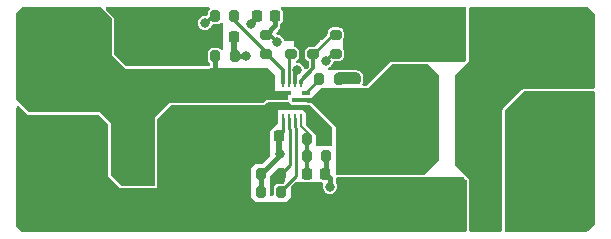
<source format=gbr>
%TF.GenerationSoftware,KiCad,Pcbnew,8.0.5*%
%TF.CreationDate,2024-10-12T15:51:15+02:00*%
%TF.ProjectId,DCDC_converter,44434443-5f63-46f6-9e76-65727465722e,rev?*%
%TF.SameCoordinates,Original*%
%TF.FileFunction,Copper,L1,Top*%
%TF.FilePolarity,Positive*%
%FSLAX46Y46*%
G04 Gerber Fmt 4.6, Leading zero omitted, Abs format (unit mm)*
G04 Created by KiCad (PCBNEW 8.0.5) date 2024-10-12 15:51:15*
%MOMM*%
%LPD*%
G01*
G04 APERTURE LIST*
G04 Aperture macros list*
%AMRoundRect*
0 Rectangle with rounded corners*
0 $1 Rounding radius*
0 $2 $3 $4 $5 $6 $7 $8 $9 X,Y pos of 4 corners*
0 Add a 4 corners polygon primitive as box body*
4,1,4,$2,$3,$4,$5,$6,$7,$8,$9,$2,$3,0*
0 Add four circle primitives for the rounded corners*
1,1,$1+$1,$2,$3*
1,1,$1+$1,$4,$5*
1,1,$1+$1,$6,$7*
1,1,$1+$1,$8,$9*
0 Add four rect primitives between the rounded corners*
20,1,$1+$1,$2,$3,$4,$5,0*
20,1,$1+$1,$4,$5,$6,$7,0*
20,1,$1+$1,$6,$7,$8,$9,0*
20,1,$1+$1,$8,$9,$2,$3,0*%
G04 Aperture macros list end*
%TA.AperFunction,SMDPad,CuDef*%
%ADD10RoundRect,0.250000X0.250000X0.475000X-0.250000X0.475000X-0.250000X-0.475000X0.250000X-0.475000X0*%
%TD*%
%TA.AperFunction,SMDPad,CuDef*%
%ADD11RoundRect,0.200000X-0.200000X-0.275000X0.200000X-0.275000X0.200000X0.275000X-0.200000X0.275000X0*%
%TD*%
%TA.AperFunction,SMDPad,CuDef*%
%ADD12RoundRect,0.250000X-0.475000X0.250000X-0.475000X-0.250000X0.475000X-0.250000X0.475000X0.250000X0*%
%TD*%
%TA.AperFunction,SMDPad,CuDef*%
%ADD13RoundRect,0.200000X-0.275000X0.200000X-0.275000X-0.200000X0.275000X-0.200000X0.275000X0.200000X0*%
%TD*%
%TA.AperFunction,SMDPad,CuDef*%
%ADD14RoundRect,0.200000X0.275000X-0.200000X0.275000X0.200000X-0.275000X0.200000X-0.275000X-0.200000X0*%
%TD*%
%TA.AperFunction,SMDPad,CuDef*%
%ADD15RoundRect,0.225000X0.225000X0.250000X-0.225000X0.250000X-0.225000X-0.250000X0.225000X-0.250000X0*%
%TD*%
%TA.AperFunction,ComponentPad*%
%ADD16R,1.700000X1.700000*%
%TD*%
%TA.AperFunction,ComponentPad*%
%ADD17O,1.700000X1.700000*%
%TD*%
%TA.AperFunction,SMDPad,CuDef*%
%ADD18R,2.600000X8.200000*%
%TD*%
%TA.AperFunction,SMDPad,CuDef*%
%ADD19RoundRect,0.200000X0.200000X0.275000X-0.200000X0.275000X-0.200000X-0.275000X0.200000X-0.275000X0*%
%TD*%
%TA.AperFunction,ComponentPad*%
%ADD20R,1.600000X1.600000*%
%TD*%
%TA.AperFunction,ComponentPad*%
%ADD21C,1.600000*%
%TD*%
%TA.AperFunction,SMDPad,CuDef*%
%ADD22RoundRect,0.218750X-0.218750X-0.256250X0.218750X-0.256250X0.218750X0.256250X-0.218750X0.256250X0*%
%TD*%
%TA.AperFunction,SMDPad,CuDef*%
%ADD23RoundRect,0.225000X0.250000X-0.225000X0.250000X0.225000X-0.250000X0.225000X-0.250000X-0.225000X0*%
%TD*%
%TA.AperFunction,SMDPad,CuDef*%
%ADD24RoundRect,0.225000X-0.250000X0.225000X-0.250000X-0.225000X0.250000X-0.225000X0.250000X0.225000X0*%
%TD*%
%TA.AperFunction,SMDPad,CuDef*%
%ADD25R,1.500000X0.300000*%
%TD*%
%TA.AperFunction,SMDPad,CuDef*%
%ADD26R,0.250000X0.700000*%
%TD*%
%TA.AperFunction,SMDPad,CuDef*%
%ADD27R,0.700000X0.300000*%
%TD*%
%TA.AperFunction,ViaPad*%
%ADD28C,0.600000*%
%TD*%
%TA.AperFunction,ViaPad*%
%ADD29C,0.400000*%
%TD*%
%TA.AperFunction,ViaPad*%
%ADD30C,0.800000*%
%TD*%
%TA.AperFunction,Conductor*%
%ADD31C,0.400000*%
%TD*%
%TA.AperFunction,Conductor*%
%ADD32C,0.500000*%
%TD*%
%TA.AperFunction,Conductor*%
%ADD33C,0.300000*%
%TD*%
%TA.AperFunction,Conductor*%
%ADD34C,0.250000*%
%TD*%
%TA.AperFunction,Conductor*%
%ADD35C,1.000000*%
%TD*%
%TA.AperFunction,Conductor*%
%ADD36C,0.200000*%
%TD*%
G04 APERTURE END LIST*
D10*
%TO.P,C13,1*%
%TO.N,+5V*%
X89654998Y-53640000D03*
%TO.P,C13,2*%
%TO.N,GND*%
X87755000Y-53640000D03*
%TD*%
D11*
%TO.P,R11,1*%
%TO.N,Net-(D1-K)*%
X67312500Y-51275000D03*
%TO.P,R11,2*%
%TO.N,Net-(U1-PG)*%
X68962500Y-51275000D03*
%TD*%
D12*
%TO.P,C4,1*%
%TO.N,+24V*%
X68772500Y-57735000D03*
%TO.P,C4,2*%
%TO.N,GND*%
X68772500Y-59634998D03*
%TD*%
D10*
%TO.P,C11,1*%
%TO.N,+5V*%
X89704998Y-68460000D03*
%TO.P,C11,2*%
%TO.N,GND*%
X87805000Y-68460000D03*
%TD*%
D13*
%TO.P,R8,1*%
%TO.N,Net-(U1-MODE)*%
X77537500Y-52820000D03*
%TO.P,R8,2*%
%TO.N,VCC*%
X77537500Y-54470000D03*
%TD*%
D14*
%TO.P,R4,1*%
%TO.N,Net-(U1-ILIM)*%
X73732500Y-54475000D03*
%TO.P,R4,2*%
%TO.N,GND*%
X73732500Y-52825000D03*
%TD*%
D15*
%TO.P,C6,1*%
%TO.N,Net-(U1-EN)*%
X68922500Y-53050000D03*
%TO.P,C6,2*%
%TO.N,GND*%
X67372500Y-53050000D03*
%TD*%
D11*
%TO.P,R2,1*%
%TO.N,VCC*%
X71242500Y-64655000D03*
%TO.P,R2,2*%
%TO.N,Net-(U1-VSEL1)*%
X72892500Y-64655000D03*
%TD*%
%TO.P,R1,1*%
%TO.N,+24V*%
X67327500Y-54660000D03*
%TO.P,R1,2*%
%TO.N,Net-(U1-EN)*%
X68977500Y-54660000D03*
%TD*%
D16*
%TO.P,J4,1,Pin_1*%
%TO.N,GND*%
X94037500Y-64830000D03*
D17*
%TO.P,J4,2,Pin_2*%
X96577500Y-64830000D03*
%TD*%
D16*
%TO.P,J3,1,Pin_1*%
%TO.N,+5V*%
X94037500Y-54670000D03*
D17*
%TO.P,J3,2,Pin_2*%
X96577500Y-54670000D03*
%TD*%
D18*
%TO.P,L1,1,1*%
%TO.N,Net-(U1-SW)*%
X84037500Y-60000000D03*
%TO.P,L1,2,2*%
%TO.N,+5V*%
X89637500Y-60000000D03*
%TD*%
D19*
%TO.P,R10,1*%
%TO.N,+5V*%
X76722500Y-63125000D03*
%TO.P,R10,2*%
%TO.N,Net-(U1-FB)*%
X75072500Y-63125000D03*
%TD*%
D20*
%TO.P,C1,1*%
%TO.N,+24V*%
X61317500Y-64440000D03*
D21*
%TO.P,C1,2*%
%TO.N,GND*%
X63817500Y-64440000D03*
%TD*%
D22*
%TO.P,D1,1,K*%
%TO.N,Net-(D1-K)*%
X70850000Y-51275000D03*
%TO.P,D1,2,A*%
%TO.N,VCC*%
X72425000Y-51275000D03*
%TD*%
D23*
%TO.P,C8,1*%
%TO.N,Net-(U1-SW)*%
X79182500Y-58095000D03*
%TO.P,C8,2*%
%TO.N,Net-(C8-Pad2)*%
X79182500Y-56545000D03*
%TD*%
D16*
%TO.P,J2,1,Pin_1*%
%TO.N,GND*%
X55937500Y-67370000D03*
D17*
%TO.P,J2,2,Pin_2*%
X53397500Y-67370000D03*
%TD*%
D11*
%TO.P,R3,1*%
%TO.N,VCC*%
X71242500Y-66115000D03*
%TO.P,R3,2*%
%TO.N,Net-(U1-VSEL2)*%
X72892500Y-66115000D03*
%TD*%
%TO.P,R7,1*%
%TO.N,Net-(U1-FB)*%
X75072500Y-61665000D03*
%TO.P,R7,2*%
%TO.N,GND*%
X76722500Y-61665000D03*
%TD*%
D14*
%TO.P,R6,1*%
%TO.N,Net-(U1-PG)*%
X71605000Y-54475000D03*
%TO.P,R6,2*%
%TO.N,VCC*%
X71605000Y-52825000D03*
%TD*%
D15*
%TO.P,C9,1*%
%TO.N,+5V*%
X76672500Y-64655000D03*
%TO.P,C9,2*%
%TO.N,Net-(U1-FB)*%
X75122500Y-64655000D03*
%TD*%
D12*
%TO.P,C3,1*%
%TO.N,+24V*%
X66812500Y-57735002D03*
%TO.P,C3,2*%
%TO.N,GND*%
X66812500Y-59635000D03*
%TD*%
D16*
%TO.P,J1,1,Pin_1*%
%TO.N,+24V*%
X55937500Y-52130000D03*
D17*
%TO.P,J1,2,Pin_2*%
X53397500Y-52130000D03*
%TD*%
D10*
%TO.P,C10,1*%
%TO.N,+5V*%
X89704998Y-66500000D03*
%TO.P,C10,2*%
%TO.N,GND*%
X87805000Y-66500000D03*
%TD*%
%TO.P,C12,1*%
%TO.N,+5V*%
X89654999Y-51680000D03*
%TO.P,C12,2*%
%TO.N,GND*%
X87755001Y-51680000D03*
%TD*%
D24*
%TO.P,C5,1*%
%TO.N,+24V*%
X70482500Y-57925000D03*
%TO.P,C5,2*%
%TO.N,GND*%
X70482500Y-59475000D03*
%TD*%
D12*
%TO.P,C2,1*%
%TO.N,+24V*%
X64852500Y-57735002D03*
%TO.P,C2,2*%
%TO.N,GND*%
X64852500Y-59635000D03*
%TD*%
D11*
%TO.P,R5,1*%
%TO.N,Net-(U1-BST)*%
X76142500Y-56565000D03*
%TO.P,R5,2*%
%TO.N,Net-(C8-Pad2)*%
X77792500Y-56565000D03*
%TD*%
D25*
%TO.P,U1,1,IN*%
%TO.N,+24V*%
X73012500Y-57755000D03*
%TO.P,U1,2,PGND*%
%TO.N,GND*%
X73012500Y-59055000D03*
D26*
%TO.P,U1,3,VCC*%
%TO.N,VCC*%
X73062500Y-59855000D03*
%TO.P,U1,4,VSEL1*%
%TO.N,Net-(U1-VSEL1)*%
X73562500Y-59855000D03*
%TO.P,U1,5,VSEL2*%
%TO.N,Net-(U1-VSEL2)*%
X74062500Y-59855000D03*
%TO.P,U1,6,FB*%
%TO.N,Net-(U1-FB)*%
X74562500Y-59855000D03*
D27*
%TO.P,U1,7,AGND*%
%TO.N,GND*%
X75012500Y-59055000D03*
D25*
%TO.P,U1,8,SW*%
%TO.N,Net-(U1-SW)*%
X74612500Y-58405000D03*
D27*
%TO.P,U1,9,BST*%
%TO.N,Net-(U1-BST)*%
X75012500Y-57755000D03*
D26*
%TO.P,U1,10,MODE*%
%TO.N,Net-(U1-MODE)*%
X74562500Y-56955000D03*
%TO.P,U1,11,EN*%
%TO.N,Net-(U1-EN)*%
X74062500Y-56955000D03*
%TO.P,U1,12,ILIM*%
%TO.N,Net-(U1-ILIM)*%
X73562500Y-56955000D03*
%TO.P,U1,13,PG*%
%TO.N,Net-(U1-PG)*%
X73062500Y-56955000D03*
%TD*%
D15*
%TO.P,C7,1*%
%TO.N,VCC*%
X72742500Y-61395000D03*
%TO.P,C7,2*%
%TO.N,GND*%
X71192500Y-61395000D03*
%TD*%
D14*
%TO.P,R9,1*%
%TO.N,Net-(U1-MODE)*%
X75637500Y-54470000D03*
%TO.P,R9,2*%
%TO.N,GND*%
X75637500Y-52820000D03*
%TD*%
D28*
%TO.N,GND*%
X67750000Y-64250000D03*
X51550000Y-61150000D03*
X65100000Y-53000000D03*
X70125000Y-60725000D03*
X75700000Y-51250000D03*
X56350000Y-62450000D03*
X62250000Y-68500000D03*
X56800000Y-64900000D03*
X68950000Y-61400000D03*
X71675000Y-60150000D03*
X64650000Y-68500000D03*
X69550000Y-62600000D03*
X92975000Y-59350000D03*
X67750000Y-66650000D03*
X60300000Y-53000000D03*
X84550000Y-68500000D03*
X63900000Y-51800000D03*
X53950000Y-63700000D03*
X57550000Y-61150000D03*
X75825000Y-60025000D03*
X96550000Y-59350000D03*
X81300000Y-66500000D03*
X94425000Y-61750000D03*
X81700000Y-51250000D03*
X85750000Y-68500000D03*
X57550000Y-63700000D03*
X71675000Y-59250000D03*
X66300000Y-66650000D03*
X94425000Y-59350000D03*
X83050000Y-52650000D03*
X52000000Y-64900000D03*
X55150000Y-61150000D03*
X79650000Y-54800000D03*
X98000000Y-59350000D03*
X98000000Y-61750000D03*
X62700000Y-53000000D03*
X71750000Y-68500000D03*
X94450000Y-68025000D03*
X81700000Y-54050000D03*
X61500000Y-51800000D03*
X65850000Y-68500000D03*
X85750000Y-66500000D03*
X52775000Y-62450000D03*
X76937500Y-60800000D03*
X61500000Y-54200000D03*
X63900000Y-54200000D03*
X67750000Y-61400000D03*
X80250000Y-52650000D03*
X84550000Y-66500000D03*
X66550000Y-61400000D03*
X96850000Y-68025000D03*
X67150000Y-62600000D03*
X76187500Y-61950000D03*
X85900000Y-54050000D03*
X51550000Y-63700000D03*
X66300000Y-64250000D03*
X85900000Y-51250000D03*
X68350000Y-62600000D03*
X74150000Y-68500000D03*
X67750000Y-65450000D03*
X53950000Y-61150000D03*
X80100000Y-66500000D03*
X66300000Y-65450000D03*
X81300000Y-68500000D03*
X96550000Y-61750000D03*
X78100000Y-51250000D03*
X55150000Y-63700000D03*
X61050000Y-68500000D03*
X70550000Y-68500000D03*
X80100000Y-68500000D03*
X92975000Y-61750000D03*
X75350000Y-68500000D03*
%TO.N,+24V*%
X59800000Y-63650000D03*
X60400000Y-56850000D03*
X61000000Y-61250000D03*
D29*
X72300000Y-58150000D03*
D28*
X71650000Y-57850000D03*
X52200000Y-55850000D03*
X69700000Y-58300000D03*
X65900000Y-56150000D03*
X69500000Y-56150000D03*
X68900000Y-56900000D03*
X67800000Y-58300000D03*
X70100000Y-56900000D03*
X60400000Y-58550000D03*
X67100000Y-56150000D03*
X53400000Y-58250000D03*
X58200000Y-55850000D03*
X55200000Y-54600000D03*
X52800000Y-54600000D03*
X57000000Y-55850000D03*
X57000000Y-58250000D03*
X71350000Y-56900000D03*
X67700000Y-56900000D03*
X54000000Y-54600000D03*
X65300000Y-56900000D03*
D29*
X73300000Y-58150000D03*
D28*
X52200000Y-58250000D03*
X68300000Y-56150000D03*
X70800000Y-56150000D03*
X59800000Y-62450000D03*
X58200000Y-58250000D03*
X53400000Y-55850000D03*
X64700000Y-56150000D03*
X56400000Y-54600000D03*
X65850000Y-58300000D03*
X54600000Y-57050000D03*
X62000000Y-57650000D03*
X66500000Y-56900000D03*
D29*
X72800000Y-58150000D03*
D28*
X59800000Y-60050000D03*
X59800000Y-64850000D03*
X61000000Y-62450000D03*
X55800000Y-57050000D03*
D30*
%TO.N,Net-(U1-EN)*%
X69950000Y-54650000D03*
X74287500Y-55837500D03*
%TO.N,VCC*%
X72850000Y-62950000D03*
X72587500Y-53450000D03*
X76737500Y-55050000D03*
D28*
%TO.N,+5V*%
X98700000Y-56650000D03*
X97650000Y-52450000D03*
X91450000Y-53900000D03*
X94275000Y-51900000D03*
X96150000Y-51250000D03*
X92075000Y-57250000D03*
D30*
X77037500Y-65700000D03*
D28*
X89550000Y-64925000D03*
X97650000Y-51250000D03*
X92775000Y-51900000D03*
X96150000Y-52450000D03*
X90925000Y-64925000D03*
D30*
X90650000Y-67500000D03*
%TO.N,Net-(D1-K)*%
X70337500Y-51912500D03*
X66450000Y-51850000D03*
%TD*%
D31*
%TO.N,+24V*%
X67327500Y-54660000D02*
X67327500Y-55960000D01*
D32*
%TO.N,Net-(U1-EN)*%
X68922500Y-53050000D02*
X68922500Y-54605000D01*
D31*
X69940000Y-54660000D02*
X68977500Y-54660000D01*
D32*
X68922500Y-54605000D02*
X68977500Y-54660000D01*
D33*
X74062500Y-56062500D02*
X74062500Y-56955000D01*
D31*
X69950000Y-54650000D02*
X69940000Y-54660000D01*
D34*
X69950000Y-54650000D02*
X69630000Y-54650000D01*
D33*
X74287500Y-55837500D02*
X74062500Y-56062500D01*
D32*
%TO.N,VCC*%
X72737500Y-62800000D02*
X72887500Y-62950000D01*
D33*
X76737500Y-55050000D02*
X77317500Y-54470000D01*
D31*
X72850000Y-63047500D02*
X71242500Y-64655000D01*
D33*
X71962500Y-52825000D02*
X72587500Y-53450000D01*
D31*
X72687500Y-62845000D02*
X72687500Y-63155000D01*
D32*
X72737500Y-61400000D02*
X72737500Y-62800000D01*
D31*
X72425000Y-52005000D02*
X71605000Y-52825000D01*
D32*
X72742500Y-61395000D02*
X72737500Y-61400000D01*
D34*
X73062500Y-59855000D02*
X73062500Y-61045000D01*
D33*
X77317500Y-54470000D02*
X77537500Y-54470000D01*
D34*
X73062500Y-61045000D02*
X72712500Y-61395000D01*
D33*
X71605000Y-52825000D02*
X71962500Y-52825000D01*
D31*
X72425000Y-51275000D02*
X72425000Y-52005000D01*
X71242500Y-66115000D02*
X71242500Y-64655000D01*
X72850000Y-62950000D02*
X72850000Y-63047500D01*
D35*
%TO.N,Net-(C8-Pad2)*%
X77937500Y-56500000D02*
X79137500Y-56500000D01*
D32*
X79122500Y-56565000D02*
X79137500Y-56550000D01*
D33*
%TO.N,Net-(U1-SW)*%
X74667500Y-58350000D02*
X74612500Y-58405000D01*
D31*
X75218750Y-58350000D02*
X76181250Y-58350000D01*
D33*
X75218750Y-58350000D02*
X74667500Y-58350000D01*
D31*
%TO.N,+5V*%
X76687500Y-64650000D02*
X77037500Y-65000000D01*
X77037500Y-65000000D02*
X77037500Y-65700000D01*
X76722500Y-64615000D02*
X76687500Y-64650000D01*
X76722500Y-63125000D02*
X76722500Y-64615000D01*
D33*
%TO.N,Net-(U1-FB)*%
X75072500Y-63135000D02*
X75087500Y-63150000D01*
X75072500Y-61665000D02*
X75072500Y-63135000D01*
D36*
X74562500Y-59855000D02*
X74562500Y-60525000D01*
X75337500Y-61350000D02*
X75087500Y-61600000D01*
X74562500Y-60525000D02*
X75337500Y-61300000D01*
X75087500Y-61600000D02*
X75087500Y-61650000D01*
D33*
X75122500Y-64655000D02*
X75122500Y-63135000D01*
X75122500Y-63135000D02*
X75087500Y-63100000D01*
D36*
X75337500Y-61300000D02*
X75337500Y-61350000D01*
D34*
%TO.N,Net-(U1-VSEL1)*%
X73687500Y-63900000D02*
X72937500Y-64650000D01*
X73687500Y-60887437D02*
X73687500Y-63900000D01*
X73562500Y-59855000D02*
X73562500Y-60762437D01*
X73562500Y-60762437D02*
X73687500Y-60887437D01*
%TO.N,Net-(U1-VSEL2)*%
X74062500Y-60626041D02*
X74187500Y-60751041D01*
X74187500Y-60751041D02*
X74187500Y-64800000D01*
X74062500Y-59855000D02*
X74062500Y-60626041D01*
X74187500Y-64800000D02*
X72887500Y-66100000D01*
%TO.N,Net-(U1-ILIM)*%
X73562500Y-54645000D02*
X73732500Y-54475000D01*
X73562500Y-56955000D02*
X73562500Y-54645000D01*
%TO.N,Net-(U1-BST)*%
X76142500Y-56565000D02*
X76142500Y-56625000D01*
X76142500Y-56625000D02*
X75012500Y-57755000D01*
D33*
%TO.N,Net-(U1-PG)*%
X68962500Y-51275000D02*
X68962500Y-51631739D01*
D34*
X71605000Y-54475000D02*
X71745000Y-54475000D01*
D33*
X71745000Y-54475000D02*
X73062500Y-55792500D01*
X68962500Y-51631739D02*
X71745000Y-54414239D01*
X73062500Y-55792500D02*
X73062500Y-56955000D01*
X71745000Y-54414239D02*
X71745000Y-54475000D01*
%TO.N,Net-(U1-MODE)*%
X74562500Y-56747500D02*
X74562500Y-56955000D01*
X75637500Y-54470000D02*
X75637500Y-55672500D01*
D34*
X75637500Y-54470000D02*
X75562500Y-54395000D01*
D33*
X75637500Y-55672500D02*
X74562500Y-56747500D01*
D34*
X77537500Y-52820000D02*
X77287500Y-52820000D01*
X75562500Y-54395000D02*
X75562500Y-54385000D01*
X77287500Y-52820000D02*
X75637500Y-54470000D01*
%TO.N,Net-(D1-K)*%
X70850000Y-51400000D02*
X70337500Y-51912500D01*
X66450000Y-51850000D02*
X67025000Y-51275000D01*
D33*
X70850000Y-51275000D02*
X70850000Y-51400000D01*
X67025000Y-51275000D02*
X67312500Y-51275000D01*
%TD*%
%TA.AperFunction,Conductor*%
%TO.N,+24V*%
G36*
X57658303Y-50520185D02*
G01*
X57678565Y-50536440D01*
X57891416Y-50747472D01*
X57912943Y-50776101D01*
X57931816Y-50810664D01*
X57931820Y-50810670D01*
X57966860Y-50857477D01*
X57966864Y-50857481D01*
X57966871Y-50857491D01*
X57966878Y-50857498D01*
X58558181Y-51448801D01*
X58591666Y-51510124D01*
X58594500Y-51536482D01*
X58594500Y-54448638D01*
X58595678Y-54470618D01*
X58598511Y-54496965D01*
X58598512Y-54496967D01*
X58622470Y-54573478D01*
X58622471Y-54573483D01*
X58636872Y-54599855D01*
X58655956Y-54634805D01*
X58655958Y-54634808D01*
X58655960Y-54634811D01*
X58690998Y-54681615D01*
X58691002Y-54681619D01*
X58691009Y-54681629D01*
X58691016Y-54681636D01*
X59618365Y-55608986D01*
X59618366Y-55608987D01*
X59634716Y-55623674D01*
X59634730Y-55623686D01*
X59634738Y-55623693D01*
X59643136Y-55630460D01*
X59655379Y-55640327D01*
X59726424Y-55677490D01*
X59793456Y-55697173D01*
X59793458Y-55697173D01*
X59793464Y-55697175D01*
X59851362Y-55705500D01*
X59851366Y-55705500D01*
X66802991Y-55705500D01*
X66803000Y-55705500D01*
X66846684Y-55700803D01*
X66884488Y-55692579D01*
X66898174Y-55689602D01*
X66898190Y-55689598D01*
X66898195Y-55689597D01*
X66908373Y-55687110D01*
X66987305Y-55645048D01*
X67046129Y-55630481D01*
X71698285Y-55649785D01*
X71765241Y-55669748D01*
X71786236Y-55686896D01*
X72401967Y-56313821D01*
X72434899Y-56375443D01*
X72437500Y-56400709D01*
X72437500Y-57650000D01*
X73413500Y-57650000D01*
X73480539Y-57669685D01*
X73526294Y-57722489D01*
X73537500Y-57774000D01*
X73537500Y-58220500D01*
X73517815Y-58287539D01*
X73465011Y-58333294D01*
X73413500Y-58344500D01*
X73344419Y-58344500D01*
X73328322Y-58345132D01*
X73309725Y-58346595D01*
X73290278Y-58346595D01*
X73271680Y-58345132D01*
X73255581Y-58344500D01*
X73255568Y-58344500D01*
X72844432Y-58344500D01*
X72844419Y-58344500D01*
X72828322Y-58345132D01*
X72809725Y-58346595D01*
X72790278Y-58346595D01*
X72771680Y-58345132D01*
X72755581Y-58344500D01*
X72755568Y-58344500D01*
X72344432Y-58344500D01*
X72344419Y-58344500D01*
X72328322Y-58345132D01*
X72309725Y-58346595D01*
X72290278Y-58346595D01*
X72271680Y-58345132D01*
X72255581Y-58344500D01*
X72255568Y-58344500D01*
X71801362Y-58344500D01*
X71801361Y-58344500D01*
X71779381Y-58345678D01*
X71753034Y-58348511D01*
X71753032Y-58348512D01*
X71676521Y-58372470D01*
X71676516Y-58372471D01*
X71615188Y-58405960D01*
X71568384Y-58440998D01*
X71568363Y-58441016D01*
X71451199Y-58558181D01*
X71389876Y-58591666D01*
X71363518Y-58594500D01*
X69784307Y-58594500D01*
X69773892Y-58594872D01*
X69772528Y-58594921D01*
X69768100Y-58595000D01*
X69631900Y-58595000D01*
X69627472Y-58594921D01*
X69626107Y-58594872D01*
X69615693Y-58594500D01*
X67884307Y-58594500D01*
X67873892Y-58594872D01*
X67872528Y-58594921D01*
X67868100Y-58595000D01*
X67731900Y-58595000D01*
X67727472Y-58594921D01*
X67726107Y-58594872D01*
X67715693Y-58594500D01*
X65934307Y-58594500D01*
X65923892Y-58594872D01*
X65922528Y-58594921D01*
X65918100Y-58595000D01*
X65781900Y-58595000D01*
X65777472Y-58594921D01*
X65776107Y-58594872D01*
X65765693Y-58594500D01*
X63601362Y-58594500D01*
X63601361Y-58594500D01*
X63579381Y-58595678D01*
X63546979Y-58599163D01*
X63546916Y-58598578D01*
X63533117Y-58600000D01*
X63437500Y-58600000D01*
X62913244Y-59146099D01*
X62911473Y-59147906D01*
X62341014Y-59718365D01*
X62341012Y-59718366D01*
X62326325Y-59734716D01*
X62326302Y-59734743D01*
X62309675Y-59755376D01*
X62309669Y-59755386D01*
X62295516Y-59782442D01*
X62275095Y-59810837D01*
X62237501Y-59849998D01*
X62237500Y-59850001D01*
X62237500Y-65520500D01*
X62217815Y-65587539D01*
X62165011Y-65633294D01*
X62113500Y-65644500D01*
X59433362Y-65644500D01*
X59366323Y-65624815D01*
X59345681Y-65608181D01*
X58573819Y-64836319D01*
X58540334Y-64774996D01*
X58537500Y-64748638D01*
X58537500Y-60290000D01*
X58537499Y-60289999D01*
X58092817Y-59849998D01*
X57587500Y-59350000D01*
X57587499Y-59350000D01*
X51551362Y-59350000D01*
X51484323Y-59330315D01*
X51463681Y-59313681D01*
X50536819Y-58386819D01*
X50503334Y-58325496D01*
X50500500Y-58299138D01*
X50500500Y-50996195D01*
X50520185Y-50929156D01*
X50536434Y-50908900D01*
X50904932Y-50537198D01*
X50966110Y-50503449D01*
X50992992Y-50500500D01*
X57591264Y-50500500D01*
X57658303Y-50520185D01*
G37*
%TD.AperFunction*%
%TD*%
%TA.AperFunction,Conductor*%
%TO.N,GND*%
G36*
X88543039Y-50520185D02*
G01*
X88588794Y-50572989D01*
X88600000Y-50624500D01*
X88600000Y-54848638D01*
X88580315Y-54915677D01*
X88563681Y-54936319D01*
X88386319Y-55113681D01*
X88324996Y-55147166D01*
X88298638Y-55150000D01*
X82149999Y-55150000D01*
X80186319Y-57113681D01*
X80124996Y-57147166D01*
X80098638Y-57150000D01*
X79918780Y-57150000D01*
X79851741Y-57130315D01*
X79805986Y-57077511D01*
X79796042Y-57008353D01*
X79808295Y-56969706D01*
X79818659Y-56949364D01*
X79842219Y-56903126D01*
X79842219Y-56903124D01*
X79842220Y-56903123D01*
X79858000Y-56803493D01*
X79858000Y-56286506D01*
X79842220Y-56186878D01*
X79842219Y-56186876D01*
X79842219Y-56186874D01*
X79781028Y-56066780D01*
X79781026Y-56066778D01*
X79781023Y-56066774D01*
X79685725Y-55971476D01*
X79685722Y-55971474D01*
X79685720Y-55971472D01*
X79604100Y-55929884D01*
X79565623Y-55910279D01*
X79527176Y-55904190D01*
X79477688Y-55884822D01*
X79469308Y-55879223D01*
X79341832Y-55826421D01*
X79341822Y-55826418D01*
X79206495Y-55799500D01*
X79206493Y-55799500D01*
X77868507Y-55799500D01*
X77868505Y-55799500D01*
X77733178Y-55826418D01*
X77733174Y-55826419D01*
X77699013Y-55840569D01*
X77649223Y-55849985D01*
X77024789Y-55838203D01*
X76958133Y-55817257D01*
X76913382Y-55763599D01*
X76904745Y-55694266D01*
X76934964Y-55631269D01*
X76979674Y-55599664D01*
X77040341Y-55574536D01*
X77165782Y-55478282D01*
X77262036Y-55352841D01*
X77322544Y-55206762D01*
X77326289Y-55178313D01*
X77354555Y-55114417D01*
X77412880Y-55075946D01*
X77449228Y-55070499D01*
X77844017Y-55070499D01*
X77844018Y-55070499D01*
X77937804Y-55055646D01*
X78050842Y-54998050D01*
X78140550Y-54908342D01*
X78198146Y-54795304D01*
X78198146Y-54795302D01*
X78198147Y-54795301D01*
X78212999Y-54701524D01*
X78213000Y-54701519D01*
X78212999Y-54238482D01*
X78201526Y-54166037D01*
X78200000Y-54146641D01*
X78200000Y-53147728D01*
X78201624Y-53147728D01*
X78200927Y-53127744D01*
X78212999Y-53051523D01*
X78213000Y-53051519D01*
X78212999Y-52588482D01*
X78198146Y-52494696D01*
X78140550Y-52381658D01*
X78140546Y-52381654D01*
X78140545Y-52381652D01*
X78050847Y-52291954D01*
X78050844Y-52291952D01*
X78050842Y-52291950D01*
X77970303Y-52250913D01*
X77937801Y-52234352D01*
X77844024Y-52219500D01*
X77230982Y-52219500D01*
X77150019Y-52232323D01*
X77137196Y-52234354D01*
X77024158Y-52291950D01*
X77024157Y-52291951D01*
X77024152Y-52291954D01*
X76934454Y-52381652D01*
X76934451Y-52381657D01*
X76934450Y-52381658D01*
X76915251Y-52419337D01*
X76876852Y-52494698D01*
X76862000Y-52588475D01*
X76862000Y-52733810D01*
X76842315Y-52800849D01*
X76825681Y-52821491D01*
X76437269Y-53209902D01*
X76375946Y-53243387D01*
X76352688Y-53246182D01*
X76200000Y-53249999D01*
X76200000Y-53395810D01*
X76180315Y-53462849D01*
X76163681Y-53483491D01*
X75813990Y-53833181D01*
X75752667Y-53866666D01*
X75726309Y-53869500D01*
X75330982Y-53869500D01*
X75250019Y-53882323D01*
X75237196Y-53884354D01*
X75124158Y-53941950D01*
X75124157Y-53941951D01*
X75124152Y-53941954D01*
X75034454Y-54031652D01*
X75034451Y-54031657D01*
X75034450Y-54031658D01*
X75022209Y-54055682D01*
X74976852Y-54144698D01*
X74962000Y-54238475D01*
X74962000Y-54701517D01*
X74972792Y-54769657D01*
X74976854Y-54795304D01*
X75034450Y-54908342D01*
X75034452Y-54908344D01*
X75034454Y-54908347D01*
X75124152Y-54998045D01*
X75124156Y-54998048D01*
X75124158Y-54998050D01*
X75219297Y-55046526D01*
X75270091Y-55094499D01*
X75287000Y-55157009D01*
X75287000Y-55475955D01*
X75267315Y-55542994D01*
X75250681Y-55563636D01*
X75079575Y-55734742D01*
X75018252Y-55768227D01*
X74948560Y-55763243D01*
X74892627Y-55721371D01*
X74876389Y-55687942D01*
X74875654Y-55688247D01*
X74838962Y-55599664D01*
X74812036Y-55534659D01*
X74715782Y-55409218D01*
X74590341Y-55312964D01*
X74444262Y-55252456D01*
X74421196Y-55249419D01*
X74293529Y-55232611D01*
X74229633Y-55204344D01*
X74191162Y-55146019D01*
X74190331Y-55076155D01*
X74227403Y-55016932D01*
X74238417Y-55009426D01*
X74237950Y-55008783D01*
X74245835Y-55003053D01*
X74245842Y-55003050D01*
X74335550Y-54913342D01*
X74393146Y-54800304D01*
X74393146Y-54800302D01*
X74393147Y-54800301D01*
X74407999Y-54706524D01*
X74408000Y-54706519D01*
X74407999Y-54243482D01*
X74393146Y-54149696D01*
X74335550Y-54036658D01*
X74335546Y-54036654D01*
X74335545Y-54036652D01*
X74245847Y-53946954D01*
X74245844Y-53946952D01*
X74245842Y-53946950D01*
X74132804Y-53889354D01*
X74132802Y-53889353D01*
X74132801Y-53889353D01*
X74104600Y-53884886D01*
X74041466Y-53854956D01*
X74004536Y-53795644D01*
X74000000Y-53762413D01*
X74000000Y-53400000D01*
X73295344Y-53400000D01*
X73228305Y-53380315D01*
X73182550Y-53327511D01*
X73174939Y-53301009D01*
X73174647Y-53301088D01*
X73172544Y-53293243D01*
X73172544Y-53293238D01*
X73112036Y-53147159D01*
X73015782Y-53021718D01*
X72890341Y-52925464D01*
X72744262Y-52864956D01*
X72723851Y-52862268D01*
X72637082Y-52850845D01*
X72573186Y-52822578D01*
X72565587Y-52815587D01*
X72537681Y-52787681D01*
X72504196Y-52726358D01*
X72509180Y-52656666D01*
X72537681Y-52612319D01*
X72655303Y-52494697D01*
X72850000Y-52300000D01*
X72850000Y-51969262D01*
X72869685Y-51902223D01*
X72887920Y-51883128D01*
X72886350Y-51881558D01*
X72893248Y-51874659D01*
X72893251Y-51874658D01*
X72987158Y-51780751D01*
X73047451Y-51662420D01*
X73047451Y-51662418D01*
X73047452Y-51662417D01*
X73063000Y-51564251D01*
X73063000Y-50985748D01*
X73047452Y-50887582D01*
X73047451Y-50887580D01*
X72987158Y-50769249D01*
X72987154Y-50769245D01*
X72987153Y-50769243D01*
X72930091Y-50712181D01*
X72896606Y-50650858D01*
X72901590Y-50581166D01*
X72943462Y-50525233D01*
X73008926Y-50500816D01*
X73017772Y-50500500D01*
X88476000Y-50500500D01*
X88543039Y-50520185D01*
G37*
%TD.AperFunction*%
%TD*%
%TA.AperFunction,Conductor*%
%TO.N,GND*%
G36*
X66813284Y-50520185D02*
G01*
X66859039Y-50572989D01*
X66868983Y-50642147D01*
X66839958Y-50705703D01*
X66833926Y-50712181D01*
X66784454Y-50761652D01*
X66784451Y-50761657D01*
X66726852Y-50874698D01*
X66712000Y-50968475D01*
X66712000Y-51076311D01*
X66692315Y-51143350D01*
X66675680Y-51163993D01*
X66621683Y-51217989D01*
X66560360Y-51251473D01*
X66517818Y-51253246D01*
X66450001Y-51244318D01*
X66449999Y-51244318D01*
X66293239Y-51264955D01*
X66293237Y-51264956D01*
X66147160Y-51325463D01*
X66021718Y-51421718D01*
X65925463Y-51547160D01*
X65864956Y-51693237D01*
X65864955Y-51693239D01*
X65844318Y-51849998D01*
X65844318Y-51850001D01*
X65864955Y-52006760D01*
X65864956Y-52006762D01*
X65925464Y-52152841D01*
X66021718Y-52278282D01*
X66147159Y-52374536D01*
X66293238Y-52435044D01*
X66371619Y-52445363D01*
X66449999Y-52455682D01*
X66450000Y-52455682D01*
X66450001Y-52455682D01*
X66502254Y-52448802D01*
X66606762Y-52435044D01*
X66752841Y-52374536D01*
X66878282Y-52278282D01*
X66974536Y-52152841D01*
X67026642Y-52027045D01*
X67070481Y-51972643D01*
X67136775Y-51950578D01*
X67141153Y-51950499D01*
X67544018Y-51950499D01*
X67637804Y-51935646D01*
X67750842Y-51878050D01*
X67750847Y-51878045D01*
X67788319Y-51840574D01*
X67849642Y-51807089D01*
X67919334Y-51812073D01*
X67975267Y-51853945D01*
X67999684Y-51919409D01*
X68000000Y-51928255D01*
X68000000Y-53991745D01*
X67980315Y-54058784D01*
X67927511Y-54104539D01*
X67858353Y-54114483D01*
X67794797Y-54085458D01*
X67788319Y-54079426D01*
X67765847Y-54056954D01*
X67765844Y-54056952D01*
X67765842Y-54056950D01*
X67689017Y-54017805D01*
X67652801Y-53999352D01*
X67559024Y-53984500D01*
X67095982Y-53984500D01*
X67015019Y-53997323D01*
X67002196Y-53999354D01*
X66889158Y-54056950D01*
X66889157Y-54056951D01*
X66889152Y-54056954D01*
X66799454Y-54146652D01*
X66799451Y-54146657D01*
X66741852Y-54259698D01*
X66727000Y-54353475D01*
X66727000Y-54966517D01*
X66737792Y-55034657D01*
X66741854Y-55060304D01*
X66799450Y-55173342D01*
X66889158Y-55263050D01*
X66889160Y-55263051D01*
X66890681Y-55264572D01*
X66924166Y-55325895D01*
X66927000Y-55352254D01*
X66927000Y-55376000D01*
X66907315Y-55443039D01*
X66854511Y-55488794D01*
X66803000Y-55500000D01*
X59851362Y-55500000D01*
X59784323Y-55480315D01*
X59763681Y-55463681D01*
X58836319Y-54536319D01*
X58802834Y-54474996D01*
X58800000Y-54448638D01*
X58800000Y-51400000D01*
X58112181Y-50712181D01*
X58078696Y-50650858D01*
X58083680Y-50581166D01*
X58125552Y-50525233D01*
X58191016Y-50500816D01*
X58199862Y-50500500D01*
X66746245Y-50500500D01*
X66813284Y-50520185D01*
G37*
%TD.AperFunction*%
%TD*%
%TA.AperFunction,Conductor*%
%TO.N,Net-(U1-VSEL1)*%
G36*
X73180539Y-64319685D02*
G01*
X73226294Y-64372489D01*
X73237500Y-64424000D01*
X73237500Y-65238311D01*
X73217815Y-65305350D01*
X73201184Y-65325988D01*
X73127398Y-65399774D01*
X73123991Y-65403182D01*
X73062667Y-65436666D01*
X73036310Y-65439500D01*
X72660982Y-65439500D01*
X72580019Y-65452323D01*
X72567196Y-65454354D01*
X72454158Y-65511950D01*
X72454157Y-65511951D01*
X72454152Y-65511954D01*
X72364454Y-65601652D01*
X72364451Y-65601657D01*
X72306852Y-65714698D01*
X72292000Y-65808475D01*
X72292001Y-66376000D01*
X72272317Y-66443039D01*
X72219513Y-66488794D01*
X72168001Y-66500000D01*
X72061500Y-66500000D01*
X71994461Y-66480315D01*
X71948706Y-66427511D01*
X71937500Y-66376000D01*
X71937500Y-64861057D01*
X71957185Y-64794018D01*
X71985896Y-64762772D01*
X72554070Y-64325715D01*
X72619209Y-64300442D01*
X72629674Y-64300000D01*
X73113500Y-64300000D01*
X73180539Y-64319685D01*
G37*
%TD.AperFunction*%
%TD*%
%TA.AperFunction,Conductor*%
%TO.N,Net-(U1-SW)*%
G36*
X85408677Y-55375185D02*
G01*
X85429319Y-55391819D01*
X86250915Y-56213415D01*
X86284400Y-56274738D01*
X86287232Y-56301737D01*
X86250265Y-63448636D01*
X86230234Y-63515573D01*
X86213493Y-63536129D01*
X85079297Y-64658634D01*
X85017801Y-64691801D01*
X84992071Y-64694500D01*
X77674000Y-64694500D01*
X77673992Y-64694500D01*
X77670692Y-64694678D01*
X77670682Y-64694500D01*
X77670679Y-64694500D01*
X77670679Y-64694435D01*
X77670638Y-64693684D01*
X77605964Y-64681997D01*
X77554840Y-64634373D01*
X77537500Y-64571129D01*
X77537500Y-60650000D01*
X75473819Y-58586319D01*
X75440334Y-58524996D01*
X75437500Y-58498638D01*
X75437500Y-58301362D01*
X75457185Y-58234323D01*
X75473819Y-58213681D01*
X76301181Y-57386319D01*
X76362504Y-57352834D01*
X76388862Y-57350000D01*
X79871658Y-57350000D01*
X79889305Y-57351262D01*
X79892745Y-57351756D01*
X79918780Y-57355500D01*
X79918781Y-57355500D01*
X80098639Y-57355500D01*
X80101180Y-57355363D01*
X80120607Y-57354322D01*
X80120614Y-57354321D01*
X80120618Y-57354321D01*
X80153021Y-57350837D01*
X80153083Y-57351421D01*
X80166883Y-57350000D01*
X80287500Y-57350000D01*
X82245681Y-55391819D01*
X82307004Y-55358334D01*
X82333362Y-55355500D01*
X85341638Y-55355500D01*
X85408677Y-55375185D01*
G37*
%TD.AperFunction*%
%TD*%
%TA.AperFunction,Conductor*%
%TO.N,GND*%
G36*
X72274964Y-58551526D02*
G01*
X72283218Y-58552834D01*
X72299999Y-58555492D01*
X72300000Y-58555492D01*
X72300001Y-58555492D01*
X72316782Y-58552834D01*
X72325035Y-58551526D01*
X72344432Y-58550000D01*
X72755568Y-58550000D01*
X72774964Y-58551526D01*
X72783218Y-58552834D01*
X72799999Y-58555492D01*
X72800000Y-58555492D01*
X72800001Y-58555492D01*
X72816782Y-58552834D01*
X72825035Y-58551526D01*
X72844432Y-58550000D01*
X73255568Y-58550000D01*
X73274964Y-58551526D01*
X73283218Y-58552834D01*
X73299999Y-58555492D01*
X73300000Y-58555492D01*
X73300001Y-58555492D01*
X73316782Y-58552834D01*
X73325035Y-58551526D01*
X73344432Y-58550000D01*
X73548638Y-58550000D01*
X73615677Y-58569685D01*
X73636319Y-58586319D01*
X73649405Y-58599405D01*
X73665725Y-58623828D01*
X73666849Y-58623078D01*
X73717947Y-58699552D01*
X73762262Y-58729162D01*
X73784269Y-58743867D01*
X73784271Y-58743867D01*
X73793880Y-58747847D01*
X73797335Y-58748895D01*
X73799997Y-58749997D01*
X73800000Y-58750000D01*
X73802889Y-58750000D01*
X73827082Y-58752383D01*
X73842751Y-58755500D01*
X75291638Y-58755500D01*
X75358677Y-58775185D01*
X75379319Y-58791819D01*
X77201181Y-60613681D01*
X77234666Y-60675004D01*
X77237500Y-60701362D01*
X77237500Y-62126000D01*
X77217815Y-62193039D01*
X77165011Y-62238794D01*
X77113500Y-62250000D01*
X76011500Y-62250000D01*
X75944461Y-62230315D01*
X75898706Y-62177511D01*
X75887500Y-62126000D01*
X75887500Y-61400000D01*
X75073819Y-60586319D01*
X75040334Y-60524996D01*
X75037500Y-60498638D01*
X75037500Y-59500000D01*
X74787500Y-59250000D01*
X72650000Y-59250000D01*
X72650000Y-60198638D01*
X72630315Y-60265677D01*
X72613681Y-60286319D01*
X71950000Y-60949999D01*
X71950000Y-63098638D01*
X71930315Y-63165677D01*
X71913681Y-63186319D01*
X71336319Y-63763681D01*
X71274996Y-63797166D01*
X71248638Y-63800000D01*
X70749999Y-63800000D01*
X70400000Y-64149999D01*
X70400000Y-64150000D01*
X70400000Y-66650000D01*
X70750000Y-67000000D01*
X73350000Y-67000000D01*
X73750000Y-66600000D01*
X73750000Y-65749187D01*
X73769685Y-65682148D01*
X73786316Y-65661509D01*
X74111506Y-65336318D01*
X74172829Y-65302834D01*
X74199187Y-65300000D01*
X74705717Y-65300000D01*
X74755050Y-65311843D01*
X74755096Y-65311704D01*
X74756867Y-65312279D01*
X74762009Y-65313514D01*
X74764374Y-65314719D01*
X74764376Y-65314719D01*
X74764378Y-65314720D01*
X74864007Y-65330500D01*
X74864012Y-65330500D01*
X75380993Y-65330500D01*
X75480621Y-65314720D01*
X75480621Y-65314719D01*
X75480626Y-65314719D01*
X75482991Y-65313514D01*
X75488132Y-65312279D01*
X75489904Y-65311704D01*
X75489949Y-65311843D01*
X75539283Y-65300000D01*
X76255717Y-65300000D01*
X76305050Y-65311843D01*
X76305096Y-65311704D01*
X76306867Y-65312279D01*
X76312009Y-65313514D01*
X76314374Y-65314719D01*
X76314375Y-65314719D01*
X76314377Y-65314720D01*
X76377426Y-65324706D01*
X76440561Y-65354635D01*
X76477492Y-65413947D01*
X76476494Y-65483809D01*
X76472589Y-65494631D01*
X76452457Y-65543234D01*
X76452455Y-65543239D01*
X76431818Y-65699998D01*
X76431818Y-65700001D01*
X76452455Y-65856760D01*
X76452456Y-65856762D01*
X76512964Y-66002841D01*
X76609218Y-66128282D01*
X76734659Y-66224536D01*
X76880738Y-66285044D01*
X76959119Y-66295363D01*
X77037499Y-66305682D01*
X77037500Y-66305682D01*
X77037501Y-66305682D01*
X77089754Y-66298802D01*
X77194262Y-66285044D01*
X77340341Y-66224536D01*
X77465782Y-66128282D01*
X77562036Y-66002841D01*
X77622544Y-65856762D01*
X77643182Y-65700000D01*
X77622544Y-65543238D01*
X77562036Y-65397159D01*
X77559439Y-65390889D01*
X77550000Y-65343436D01*
X77550000Y-65024000D01*
X77569685Y-64956961D01*
X77622489Y-64911206D01*
X77674000Y-64900000D01*
X88348638Y-64900000D01*
X88415677Y-64919685D01*
X88436319Y-64936319D01*
X88613681Y-65113681D01*
X88647166Y-65175004D01*
X88650000Y-65201362D01*
X88650000Y-69375500D01*
X88630315Y-69442539D01*
X88577511Y-69488294D01*
X88526000Y-69499500D01*
X51000862Y-69499500D01*
X50933823Y-69479815D01*
X50913181Y-69463181D01*
X50536819Y-69086819D01*
X50503334Y-69025496D01*
X50500500Y-68999138D01*
X50500500Y-58999862D01*
X50520185Y-58932823D01*
X50572989Y-58887068D01*
X50642147Y-58877124D01*
X50705703Y-58906149D01*
X50712181Y-58912181D01*
X51400000Y-59600000D01*
X57448638Y-59600000D01*
X57515677Y-59619685D01*
X57536319Y-59636319D01*
X58263681Y-60363681D01*
X58297166Y-60425004D01*
X58300000Y-60451362D01*
X58300000Y-64900000D01*
X59250000Y-65850000D01*
X62450000Y-65850000D01*
X62450000Y-59951362D01*
X62469685Y-59884323D01*
X62486319Y-59863681D01*
X63513681Y-58836319D01*
X63575004Y-58802834D01*
X63601362Y-58800000D01*
X65765693Y-58800000D01*
X65772684Y-58800500D01*
X65778039Y-58800500D01*
X65927316Y-58800500D01*
X65934307Y-58800000D01*
X67715693Y-58800000D01*
X67722684Y-58800500D01*
X67728039Y-58800500D01*
X67877316Y-58800500D01*
X67884307Y-58800000D01*
X69615693Y-58800000D01*
X69622684Y-58800500D01*
X69628039Y-58800500D01*
X69777316Y-58800500D01*
X69784307Y-58800000D01*
X71500000Y-58800000D01*
X71713681Y-58586319D01*
X71775004Y-58552834D01*
X71801362Y-58550000D01*
X72255568Y-58550000D01*
X72274964Y-58551526D01*
G37*
%TD.AperFunction*%
%TD*%
%TA.AperFunction,Conductor*%
%TO.N,GND*%
G36*
X99442539Y-57619685D02*
G01*
X99488294Y-57672489D01*
X99499500Y-57724000D01*
X99499500Y-68799138D01*
X99479815Y-68866177D01*
X99463181Y-68886819D01*
X98886819Y-69463181D01*
X98825496Y-69496666D01*
X98799138Y-69499500D01*
X91974000Y-69499500D01*
X91906961Y-69479815D01*
X91861206Y-69427011D01*
X91850000Y-69375500D01*
X91850000Y-59301362D01*
X91869685Y-59234323D01*
X91886319Y-59213681D01*
X93463681Y-57636319D01*
X93525004Y-57602834D01*
X93551362Y-57600000D01*
X99375500Y-57600000D01*
X99442539Y-57619685D01*
G37*
%TD.AperFunction*%
%TD*%
%TA.AperFunction,Conductor*%
%TO.N,+5V*%
G36*
X98866177Y-50520185D02*
G01*
X98886819Y-50536819D01*
X99463181Y-51113181D01*
X99496666Y-51174504D01*
X99499500Y-51200862D01*
X99499500Y-57270500D01*
X99479815Y-57337539D01*
X99427011Y-57383294D01*
X99375500Y-57394500D01*
X93551361Y-57394500D01*
X93529381Y-57395678D01*
X93503034Y-57398511D01*
X93503032Y-57398512D01*
X93426521Y-57422470D01*
X93426516Y-57422471D01*
X93365188Y-57455960D01*
X93318384Y-57490998D01*
X93318363Y-57491016D01*
X91741013Y-59068365D01*
X91741012Y-59068366D01*
X91726325Y-59084716D01*
X91726313Y-59084730D01*
X91709672Y-59105379D01*
X91672509Y-59176424D01*
X91652826Y-59243456D01*
X91644500Y-59301365D01*
X91644500Y-69375500D01*
X91624815Y-69442539D01*
X91572011Y-69488294D01*
X91520500Y-69499500D01*
X88979500Y-69499500D01*
X88912461Y-69479815D01*
X88866706Y-69427011D01*
X88855500Y-69375500D01*
X88855500Y-65201361D01*
X88854321Y-65179381D01*
X88851488Y-65153035D01*
X88843165Y-65126453D01*
X88837500Y-65089401D01*
X88837500Y-65050000D01*
X88774554Y-64987054D01*
X88762969Y-64973685D01*
X88758993Y-64968374D01*
X88758991Y-64968371D01*
X88758986Y-64968366D01*
X88758980Y-64968359D01*
X88581637Y-64791016D01*
X88578176Y-64787907D01*
X88565262Y-64776307D01*
X88565254Y-64776301D01*
X88565249Y-64776296D01*
X88562938Y-64774434D01*
X88553064Y-64765564D01*
X87673819Y-63886319D01*
X87640334Y-63824996D01*
X87637500Y-63798638D01*
X87637500Y-56301362D01*
X87657185Y-56234323D01*
X87673819Y-56213681D01*
X88837500Y-55050000D01*
X88848347Y-50624195D01*
X88868196Y-50557205D01*
X88921112Y-50511580D01*
X88972347Y-50500500D01*
X98799138Y-50500500D01*
X98866177Y-50520185D01*
G37*
%TD.AperFunction*%
%TD*%
M02*

</source>
